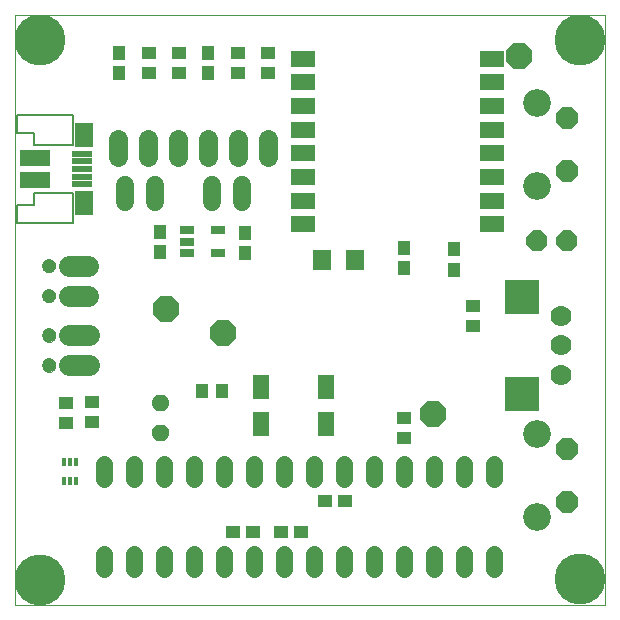
<source format=gbs>
G75*
%MOIN*%
%OFA0B0*%
%FSLAX24Y24*%
%IPPOS*%
%LPD*%
%AMOC8*
5,1,8,0,0,1.08239X$1,22.5*
%
%ADD10C,0.0000*%
%ADD11R,0.0591X0.0670*%
%ADD12R,0.0434X0.0473*%
%ADD13R,0.0473X0.0434*%
%ADD14R,0.0827X0.0552*%
%ADD15OC8,0.0890*%
%ADD16R,0.0512X0.0257*%
%ADD17C,0.0560*%
%ADD18R,0.0552X0.0788*%
%ADD19R,0.0152X0.0316*%
%ADD20R,0.0713X0.0197*%
%ADD21R,0.0615X0.0827*%
%ADD22R,0.1024X0.0581*%
%ADD23C,0.0050*%
%ADD24C,0.0600*%
%ADD25C,0.0112*%
%ADD26OC8,0.0700*%
%ADD27OC8,0.0740*%
%ADD28C,0.0925*%
%ADD29C,0.0700*%
%ADD30R,0.1142X0.1142*%
%ADD31C,0.0640*%
%ADD32C,0.0690*%
%ADD33C,0.0473*%
%ADD34C,0.1700*%
D10*
X000350Y000350D02*
X000350Y020035D01*
X020035Y020035D01*
X020035Y000350D01*
X000350Y000350D01*
X001267Y008344D02*
X001269Y008373D01*
X001275Y008401D01*
X001284Y008429D01*
X001297Y008455D01*
X001314Y008478D01*
X001333Y008500D01*
X001355Y008519D01*
X001380Y008534D01*
X001406Y008547D01*
X001434Y008555D01*
X001462Y008560D01*
X001491Y008561D01*
X001520Y008558D01*
X001548Y008551D01*
X001575Y008541D01*
X001601Y008527D01*
X001624Y008510D01*
X001645Y008490D01*
X001663Y008467D01*
X001678Y008442D01*
X001689Y008415D01*
X001697Y008387D01*
X001701Y008358D01*
X001701Y008330D01*
X001697Y008301D01*
X001689Y008273D01*
X001678Y008246D01*
X001663Y008221D01*
X001645Y008198D01*
X001624Y008178D01*
X001601Y008161D01*
X001575Y008147D01*
X001548Y008137D01*
X001520Y008130D01*
X001491Y008127D01*
X001462Y008128D01*
X001434Y008133D01*
X001406Y008141D01*
X001380Y008154D01*
X001355Y008169D01*
X001333Y008188D01*
X001314Y008210D01*
X001297Y008233D01*
X001284Y008259D01*
X001275Y008287D01*
X001269Y008315D01*
X001267Y008344D01*
X001267Y009344D02*
X001269Y009373D01*
X001275Y009401D01*
X001284Y009429D01*
X001297Y009455D01*
X001314Y009478D01*
X001333Y009500D01*
X001355Y009519D01*
X001380Y009534D01*
X001406Y009547D01*
X001434Y009555D01*
X001462Y009560D01*
X001491Y009561D01*
X001520Y009558D01*
X001548Y009551D01*
X001575Y009541D01*
X001601Y009527D01*
X001624Y009510D01*
X001645Y009490D01*
X001663Y009467D01*
X001678Y009442D01*
X001689Y009415D01*
X001697Y009387D01*
X001701Y009358D01*
X001701Y009330D01*
X001697Y009301D01*
X001689Y009273D01*
X001678Y009246D01*
X001663Y009221D01*
X001645Y009198D01*
X001624Y009178D01*
X001601Y009161D01*
X001575Y009147D01*
X001548Y009137D01*
X001520Y009130D01*
X001491Y009127D01*
X001462Y009128D01*
X001434Y009133D01*
X001406Y009141D01*
X001380Y009154D01*
X001355Y009169D01*
X001333Y009188D01*
X001314Y009210D01*
X001297Y009233D01*
X001284Y009259D01*
X001275Y009287D01*
X001269Y009315D01*
X001267Y009344D01*
X001259Y010670D02*
X001261Y010699D01*
X001267Y010727D01*
X001276Y010755D01*
X001289Y010781D01*
X001306Y010804D01*
X001325Y010826D01*
X001347Y010845D01*
X001372Y010860D01*
X001398Y010873D01*
X001426Y010881D01*
X001454Y010886D01*
X001483Y010887D01*
X001512Y010884D01*
X001540Y010877D01*
X001567Y010867D01*
X001593Y010853D01*
X001616Y010836D01*
X001637Y010816D01*
X001655Y010793D01*
X001670Y010768D01*
X001681Y010741D01*
X001689Y010713D01*
X001693Y010684D01*
X001693Y010656D01*
X001689Y010627D01*
X001681Y010599D01*
X001670Y010572D01*
X001655Y010547D01*
X001637Y010524D01*
X001616Y010504D01*
X001593Y010487D01*
X001567Y010473D01*
X001540Y010463D01*
X001512Y010456D01*
X001483Y010453D01*
X001454Y010454D01*
X001426Y010459D01*
X001398Y010467D01*
X001372Y010480D01*
X001347Y010495D01*
X001325Y010514D01*
X001306Y010536D01*
X001289Y010559D01*
X001276Y010585D01*
X001267Y010613D01*
X001261Y010641D01*
X001259Y010670D01*
X001259Y011670D02*
X001261Y011699D01*
X001267Y011727D01*
X001276Y011755D01*
X001289Y011781D01*
X001306Y011804D01*
X001325Y011826D01*
X001347Y011845D01*
X001372Y011860D01*
X001398Y011873D01*
X001426Y011881D01*
X001454Y011886D01*
X001483Y011887D01*
X001512Y011884D01*
X001540Y011877D01*
X001567Y011867D01*
X001593Y011853D01*
X001616Y011836D01*
X001637Y011816D01*
X001655Y011793D01*
X001670Y011768D01*
X001681Y011741D01*
X001689Y011713D01*
X001693Y011684D01*
X001693Y011656D01*
X001689Y011627D01*
X001681Y011599D01*
X001670Y011572D01*
X001655Y011547D01*
X001637Y011524D01*
X001616Y011504D01*
X001593Y011487D01*
X001567Y011473D01*
X001540Y011463D01*
X001512Y011456D01*
X001483Y011453D01*
X001454Y011454D01*
X001426Y011459D01*
X001398Y011467D01*
X001372Y011480D01*
X001347Y011495D01*
X001325Y011514D01*
X001306Y011536D01*
X001289Y011559D01*
X001276Y011585D01*
X001267Y011613D01*
X001261Y011641D01*
X001259Y011670D01*
D11*
X010602Y011851D03*
X011705Y011851D03*
D12*
X013332Y011590D03*
X013332Y012259D03*
X014980Y012209D03*
X014980Y011540D03*
X008032Y012093D03*
X008032Y012762D03*
X005179Y012786D03*
X005179Y012117D03*
X006605Y007505D03*
X007274Y007505D03*
X006789Y018089D03*
X006789Y018758D03*
X003814Y018758D03*
X003814Y018089D03*
D13*
X004812Y018089D03*
X004812Y018758D03*
X005812Y018758D03*
X005812Y018089D03*
X007787Y018089D03*
X007787Y018758D03*
X008807Y018758D03*
X008807Y018089D03*
X015613Y010319D03*
X015613Y009650D03*
X013327Y006585D03*
X013327Y005916D03*
X011372Y003824D03*
X010703Y003824D03*
X009905Y002795D03*
X009236Y002795D03*
X008277Y002805D03*
X007608Y002805D03*
X002910Y006453D03*
X002910Y007122D03*
X002049Y007097D03*
X002049Y006428D03*
D14*
X009959Y013051D03*
X009959Y013838D03*
X009959Y014626D03*
X009959Y015413D03*
X009959Y016201D03*
X009959Y016988D03*
X009959Y017775D03*
X009959Y018563D03*
X016259Y018563D03*
X016259Y017775D03*
X016259Y016988D03*
X016259Y016201D03*
X016259Y015413D03*
X016259Y014626D03*
X016259Y013838D03*
X016259Y013051D03*
D15*
X017168Y018666D03*
X005382Y010210D03*
X007280Y009422D03*
X014277Y006729D03*
D16*
X007119Y012096D03*
X007119Y012844D03*
X006095Y012844D03*
X006095Y012470D03*
X006095Y012096D03*
D17*
X006317Y005065D02*
X006317Y004545D01*
X005317Y004545D02*
X005317Y005065D01*
X004317Y005065D02*
X004317Y004545D01*
X003317Y004545D02*
X003317Y005065D01*
X007317Y005065D02*
X007317Y004545D01*
X008317Y004545D02*
X008317Y005065D01*
X009317Y005065D02*
X009317Y004545D01*
X010317Y004545D02*
X010317Y005065D01*
X011317Y005065D02*
X011317Y004545D01*
X012317Y004545D02*
X012317Y005065D01*
X013317Y005065D02*
X013317Y004545D01*
X014317Y004545D02*
X014317Y005065D01*
X015317Y005065D02*
X015317Y004545D01*
X016317Y004545D02*
X016317Y005065D01*
X016317Y002065D02*
X016317Y001545D01*
X015317Y001545D02*
X015317Y002065D01*
X014317Y002065D02*
X014317Y001545D01*
X013317Y001545D02*
X013317Y002065D01*
X012317Y002065D02*
X012317Y001545D01*
X011317Y001545D02*
X011317Y002065D01*
X010317Y002065D02*
X010317Y001545D01*
X009317Y001545D02*
X009317Y002065D01*
X008317Y002065D02*
X008317Y001545D01*
X007317Y001545D02*
X007317Y002065D01*
X006317Y002065D02*
X006317Y001545D01*
X005317Y001545D02*
X005317Y002065D01*
X004317Y002065D02*
X004317Y001545D01*
X003317Y001545D02*
X003317Y002065D01*
D18*
X008549Y006375D03*
X008549Y007635D03*
X010714Y007635D03*
X010714Y006375D03*
D19*
X002401Y005134D03*
X002204Y005134D03*
X002007Y005134D03*
X002007Y004484D03*
X002204Y004484D03*
X002401Y004484D03*
D20*
X002598Y014382D03*
X002598Y014638D03*
X002598Y014894D03*
X002598Y015150D03*
X002598Y015406D03*
D21*
X002649Y016036D03*
X002649Y013752D03*
D22*
X001011Y014525D03*
X001011Y015263D03*
D23*
X000980Y015675D02*
X002287Y015675D01*
X002287Y016688D01*
X001267Y016688D01*
X001271Y016688D01*
X000440Y016688D01*
X000437Y016104D01*
X000980Y016104D01*
X000980Y015675D01*
X000980Y014107D02*
X002287Y014107D01*
X002287Y013093D01*
X001267Y013093D01*
X001267Y013092D01*
X000437Y013092D01*
X000437Y013677D01*
X000980Y013677D01*
X000980Y014107D01*
D24*
X004021Y014350D02*
X004021Y013790D01*
X005021Y013790D02*
X005021Y014350D01*
X006916Y014343D02*
X006916Y013783D01*
X007916Y013783D02*
X007916Y014343D01*
D25*
X005029Y007069D02*
X004973Y007013D01*
X004973Y007199D01*
X005103Y007329D01*
X005289Y007329D01*
X005419Y007199D01*
X005419Y007013D01*
X005289Y006883D01*
X005103Y006883D01*
X004973Y007013D01*
X005057Y007048D01*
X005057Y007164D01*
X005138Y007245D01*
X005254Y007245D01*
X005335Y007164D01*
X005335Y007048D01*
X005254Y006967D01*
X005138Y006967D01*
X005057Y007048D01*
X005141Y007083D01*
X005141Y007129D01*
X005173Y007161D01*
X005219Y007161D01*
X005251Y007129D01*
X005251Y007083D01*
X005219Y007051D01*
X005173Y007051D01*
X005141Y007083D01*
X005029Y006079D02*
X004973Y006023D01*
X004973Y006209D01*
X005103Y006339D01*
X005289Y006339D01*
X005419Y006209D01*
X005419Y006023D01*
X005289Y005893D01*
X005103Y005893D01*
X004973Y006023D01*
X005057Y006058D01*
X005057Y006174D01*
X005138Y006255D01*
X005254Y006255D01*
X005335Y006174D01*
X005335Y006058D01*
X005254Y005977D01*
X005138Y005977D01*
X005057Y006058D01*
X005141Y006093D01*
X005141Y006139D01*
X005173Y006171D01*
X005219Y006171D01*
X005251Y006139D01*
X005251Y006093D01*
X005219Y006061D01*
X005173Y006061D01*
X005141Y006093D01*
D26*
X017763Y012502D03*
X018763Y012502D03*
D27*
X018753Y014814D03*
X018753Y016594D03*
X018753Y005571D03*
X018753Y003791D03*
D28*
X017773Y003301D03*
X017773Y006061D03*
X017773Y014324D03*
X017773Y017084D03*
D29*
X018568Y009996D03*
X018568Y009011D03*
X018568Y008027D03*
D30*
X017268Y007397D03*
X017268Y010626D03*
D31*
X008804Y015289D02*
X008804Y015889D01*
X007804Y015889D02*
X007804Y015289D01*
X006804Y015289D02*
X006804Y015889D01*
X005804Y015889D02*
X005804Y015289D01*
X004804Y015289D02*
X004804Y015889D01*
X003804Y015889D02*
X003804Y015289D01*
D32*
X002801Y011670D02*
X002151Y011670D01*
X002151Y010670D02*
X002801Y010670D01*
X002809Y009344D02*
X002160Y009344D01*
X002160Y008344D02*
X002809Y008344D01*
D33*
X001484Y008344D03*
X001484Y009344D03*
X001476Y010670D03*
X001476Y011670D03*
D34*
X001201Y019175D03*
X019182Y019177D03*
X019179Y001212D03*
X001200Y001200D03*
M02*

</source>
